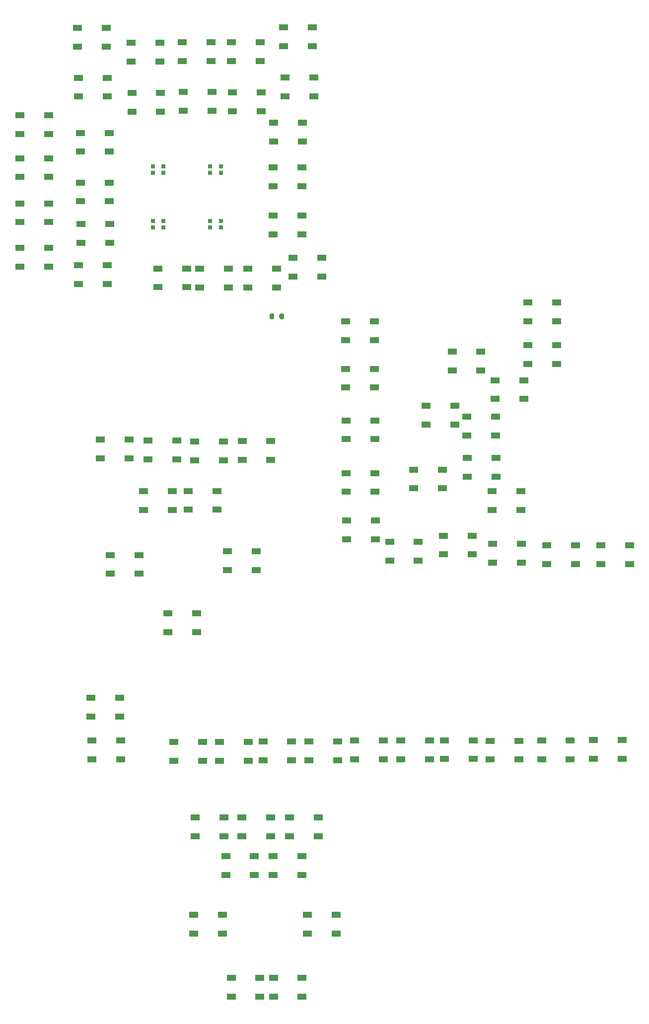
<source format=gbr>
%TF.GenerationSoftware,KiCad,Pcbnew,(5.1.12-1-10_14)*%
%TF.CreationDate,2021-11-28T13:05:42+11:00*%
%TF.ProjectId,DISP-EMC Panel PCB V1,44495350-2d45-44d4-9320-50616e656c20,rev?*%
%TF.SameCoordinates,Original*%
%TF.FileFunction,Paste,Top*%
%TF.FilePolarity,Positive*%
%FSLAX46Y46*%
G04 Gerber Fmt 4.6, Leading zero omitted, Abs format (unit mm)*
G04 Created by KiCad (PCBNEW (5.1.12-1-10_14)) date 2021-11-28 13:05:42*
%MOMM*%
%LPD*%
G01*
G04 APERTURE LIST*
%ADD10R,0.700000X0.700000*%
%ADD11R,1.500000X1.000000*%
G04 APERTURE END LIST*
D10*
%TO.C,D79*%
X72744572Y-43781522D03*
X72744572Y-44881522D03*
X70914572Y-44881522D03*
X70914572Y-43781522D03*
%TD*%
%TO.C,D78*%
X82523572Y-43781522D03*
X82523572Y-44881522D03*
X80693572Y-44881522D03*
X80693572Y-43781522D03*
%TD*%
%TO.C,D77*%
X80693572Y-35610522D03*
X80693572Y-34510522D03*
X82523572Y-34510522D03*
X82523572Y-35610522D03*
%TD*%
%TO.C,D76*%
X70914572Y-35610522D03*
X70914572Y-34510522D03*
X72744572Y-34510522D03*
X72744572Y-35610522D03*
%TD*%
%TO.C,R1*%
G36*
G01*
X92500000Y-60346000D02*
X92500000Y-59796000D01*
G75*
G02*
X92700000Y-59596000I200000J0D01*
G01*
X93100000Y-59596000D01*
G75*
G02*
X93300000Y-59796000I0J-200000D01*
G01*
X93300000Y-60346000D01*
G75*
G02*
X93100000Y-60546000I-200000J0D01*
G01*
X92700000Y-60546000D01*
G75*
G02*
X92500000Y-60346000I0J200000D01*
G01*
G37*
G36*
G01*
X90850000Y-60346000D02*
X90850000Y-59796000D01*
G75*
G02*
X91050000Y-59596000I200000J0D01*
G01*
X91450000Y-59596000D01*
G75*
G02*
X91650000Y-59796000I0J-200000D01*
G01*
X91650000Y-60346000D01*
G75*
G02*
X91450000Y-60546000I-200000J0D01*
G01*
X91050000Y-60546000D01*
G75*
G02*
X90850000Y-60346000I0J200000D01*
G01*
G37*
%TD*%
D11*
%TO.C,D75*%
X77876400Y-162103000D03*
X77876400Y-165303000D03*
X82776400Y-162103000D03*
X82776400Y-165303000D03*
%TD*%
%TO.C,D74*%
X84291000Y-172847000D03*
X84291000Y-176047000D03*
X89191000Y-172847000D03*
X89191000Y-176047000D03*
%TD*%
%TO.C,D73*%
X91490800Y-172872000D03*
X91490800Y-176072000D03*
X96390800Y-172872000D03*
X96390800Y-176072000D03*
%TD*%
%TO.C,D72*%
X97295800Y-162103000D03*
X97295800Y-165303000D03*
X102195800Y-162103000D03*
X102195800Y-165303000D03*
%TD*%
%TO.C,D71*%
X91467600Y-152146000D03*
X91467600Y-155346000D03*
X96367600Y-152146000D03*
X96367600Y-155346000D03*
%TD*%
%TO.C,D70*%
X83365000Y-152121000D03*
X83365000Y-155321000D03*
X88265000Y-152121000D03*
X88265000Y-155321000D03*
%TD*%
%TO.C,D69*%
X94210800Y-145517000D03*
X94210800Y-148717000D03*
X99110800Y-145517000D03*
X99110800Y-148717000D03*
%TD*%
%TO.C,D68*%
X86082800Y-145542000D03*
X86082800Y-148742000D03*
X90982800Y-145542000D03*
X90982800Y-148742000D03*
%TD*%
%TO.C,D67*%
X78118800Y-145491000D03*
X78118800Y-148691000D03*
X83018800Y-145491000D03*
X83018800Y-148691000D03*
%TD*%
%TO.C,D66*%
X146052000Y-132334000D03*
X146052000Y-135534000D03*
X150952000Y-132334000D03*
X150952000Y-135534000D03*
%TD*%
%TO.C,D65*%
X137211000Y-132385000D03*
X137211000Y-135585000D03*
X142111000Y-132385000D03*
X142111000Y-135585000D03*
%TD*%
%TO.C,D64*%
X128425000Y-132436000D03*
X128425000Y-135636000D03*
X133325000Y-132436000D03*
X133325000Y-135636000D03*
%TD*%
%TO.C,D63*%
X120652000Y-132359000D03*
X120652000Y-135559000D03*
X125552000Y-132359000D03*
X125552000Y-135559000D03*
%TD*%
%TO.C,D62*%
X113185000Y-132410000D03*
X113185000Y-135610000D03*
X118085000Y-132410000D03*
X118085000Y-135610000D03*
%TD*%
%TO.C,D61*%
X105336000Y-132410000D03*
X105336000Y-135610000D03*
X110236000Y-132410000D03*
X110236000Y-135610000D03*
%TD*%
%TO.C,D60*%
X97538200Y-132563000D03*
X97538200Y-135763000D03*
X102438200Y-132563000D03*
X102438200Y-135763000D03*
%TD*%
%TO.C,D59*%
X89715000Y-132537000D03*
X89715000Y-135737000D03*
X94615000Y-132537000D03*
X94615000Y-135737000D03*
%TD*%
%TO.C,D58*%
X82272800Y-132614000D03*
X82272800Y-135814000D03*
X87172800Y-132614000D03*
X87172800Y-135814000D03*
%TD*%
%TO.C,D57*%
X74525800Y-132639000D03*
X74525800Y-135839000D03*
X79425800Y-132639000D03*
X79425800Y-135839000D03*
%TD*%
%TO.C,D56*%
X60516600Y-132385000D03*
X60516600Y-135585000D03*
X65416600Y-132385000D03*
X65416600Y-135585000D03*
%TD*%
%TO.C,D55*%
X60403400Y-125095000D03*
X60403400Y-128295000D03*
X65303400Y-125095000D03*
X65303400Y-128295000D03*
%TD*%
%TO.C,D54*%
X63680000Y-100762000D03*
X63680000Y-103962000D03*
X68580000Y-100762000D03*
X68580000Y-103962000D03*
%TD*%
%TO.C,D53*%
X73535200Y-110694000D03*
X73535200Y-113894000D03*
X78435200Y-110694000D03*
X78435200Y-113894000D03*
%TD*%
%TO.C,D52*%
X83681400Y-100152000D03*
X83681400Y-103352000D03*
X88581400Y-100152000D03*
X88581400Y-103352000D03*
%TD*%
%TO.C,D51*%
X76964200Y-89840200D03*
X76964200Y-93040200D03*
X81864200Y-89840200D03*
X81864200Y-93040200D03*
%TD*%
%TO.C,D50*%
X69381200Y-89865400D03*
X69381200Y-93065400D03*
X74281200Y-89865400D03*
X74281200Y-93065400D03*
%TD*%
%TO.C,D49*%
X86159000Y-81356200D03*
X86159000Y-84556200D03*
X91059000Y-81356200D03*
X91059000Y-84556200D03*
%TD*%
%TO.C,D48*%
X78081800Y-81407400D03*
X78081800Y-84607400D03*
X82981800Y-81407400D03*
X82981800Y-84607400D03*
%TD*%
%TO.C,D47*%
X70131600Y-81254600D03*
X70131600Y-84454600D03*
X75031600Y-81254600D03*
X75031600Y-84454600D03*
%TD*%
%TO.C,D46*%
X62015200Y-81051600D03*
X62015200Y-84251600D03*
X66915200Y-81051600D03*
X66915200Y-84251600D03*
%TD*%
%TO.C,D45*%
X147297000Y-99137000D03*
X147297000Y-102337000D03*
X152197000Y-99137000D03*
X152197000Y-102337000D03*
%TD*%
%TO.C,D44*%
X138102000Y-99111000D03*
X138102000Y-102311000D03*
X143002000Y-99111000D03*
X143002000Y-102311000D03*
%TD*%
%TO.C,D43*%
X128882000Y-98882000D03*
X128882000Y-102082000D03*
X133782000Y-98882000D03*
X133782000Y-102082000D03*
%TD*%
%TO.C,D42*%
X120525000Y-97460200D03*
X120525000Y-100660200D03*
X125425000Y-97460200D03*
X125425000Y-100660200D03*
%TD*%
%TO.C,D41*%
X111305000Y-98552000D03*
X111305000Y-101752000D03*
X116205000Y-98552000D03*
X116205000Y-101752000D03*
%TD*%
%TO.C,D40*%
X103976000Y-94869200D03*
X103976000Y-98069200D03*
X108876000Y-94869200D03*
X108876000Y-98069200D03*
%TD*%
%TO.C,D39*%
X103861000Y-86792200D03*
X103861000Y-89992200D03*
X108761000Y-86792200D03*
X108761000Y-89992200D03*
%TD*%
%TO.C,D38*%
X103888000Y-77826000D03*
X103888000Y-81026000D03*
X108788000Y-77826000D03*
X108788000Y-81026000D03*
%TD*%
%TO.C,D37*%
X103835000Y-69011800D03*
X103835000Y-72211800D03*
X108735000Y-69011800D03*
X108735000Y-72211800D03*
%TD*%
%TO.C,D36*%
X103787000Y-60960400D03*
X103787000Y-64160400D03*
X108687000Y-60960400D03*
X108687000Y-64160400D03*
%TD*%
%TO.C,D35*%
X128792000Y-89890800D03*
X128792000Y-93090800D03*
X133692000Y-89890800D03*
X133692000Y-93090800D03*
%TD*%
%TO.C,D34*%
X115420000Y-86208000D03*
X115420000Y-89408000D03*
X120320000Y-86208000D03*
X120320000Y-89408000D03*
%TD*%
%TO.C,D33*%
X124538000Y-84226800D03*
X124538000Y-87426800D03*
X129438000Y-84226800D03*
X129438000Y-87426800D03*
%TD*%
%TO.C,D32*%
X124485000Y-77190600D03*
X124485000Y-80390600D03*
X129385000Y-77190600D03*
X129385000Y-80390600D03*
%TD*%
%TO.C,D31*%
X117503000Y-75311400D03*
X117503000Y-78511400D03*
X122403000Y-75311400D03*
X122403000Y-78511400D03*
%TD*%
%TO.C,D30*%
X129286000Y-70967600D03*
X129286000Y-74167600D03*
X134186000Y-70967600D03*
X134186000Y-74167600D03*
%TD*%
%TO.C,D29*%
X121973000Y-66091200D03*
X121973000Y-69291200D03*
X126873000Y-66091200D03*
X126873000Y-69291200D03*
%TD*%
%TO.C,D28*%
X134851000Y-65024000D03*
X134851000Y-68224000D03*
X139751000Y-65024000D03*
X139751000Y-68224000D03*
%TD*%
%TO.C,D27*%
X134851000Y-57709200D03*
X134851000Y-60909200D03*
X139751000Y-57709200D03*
X139751000Y-60909200D03*
%TD*%
%TO.C,D26*%
X94845800Y-50114200D03*
X94845800Y-53314200D03*
X99745800Y-50114200D03*
X99745800Y-53314200D03*
%TD*%
%TO.C,D25*%
X87098800Y-51968400D03*
X87098800Y-55168400D03*
X91998800Y-51968400D03*
X91998800Y-55168400D03*
%TD*%
%TO.C,D24*%
X78945400Y-51943000D03*
X78945400Y-55143000D03*
X83845400Y-51943000D03*
X83845400Y-55143000D03*
%TD*%
%TO.C,D23*%
X71808000Y-51917800D03*
X71808000Y-55117800D03*
X76708000Y-51917800D03*
X76708000Y-55117800D03*
%TD*%
%TO.C,D22*%
X58244400Y-51333800D03*
X58244400Y-54533800D03*
X63144400Y-51333800D03*
X63144400Y-54533800D03*
%TD*%
%TO.C,D21*%
X48262200Y-48412400D03*
X48262200Y-51612400D03*
X53162200Y-48412400D03*
X53162200Y-51612400D03*
%TD*%
%TO.C,D20*%
X91442200Y-42875200D03*
X91442200Y-46075200D03*
X96342200Y-42875200D03*
X96342200Y-46075200D03*
%TD*%
%TO.C,D19*%
X58648600Y-44348400D03*
X58648600Y-47548400D03*
X63548600Y-44348400D03*
X63548600Y-47548400D03*
%TD*%
%TO.C,D18*%
X48262200Y-40817800D03*
X48262200Y-44017800D03*
X53162200Y-40817800D03*
X53162200Y-44017800D03*
%TD*%
%TO.C,D17*%
X91416800Y-34671000D03*
X91416800Y-37871000D03*
X96316800Y-34671000D03*
X96316800Y-37871000D03*
%TD*%
%TO.C,D16*%
X58600000Y-37261800D03*
X58600000Y-40461800D03*
X63500000Y-37261800D03*
X63500000Y-40461800D03*
%TD*%
%TO.C,D15*%
X48262200Y-33121600D03*
X48262200Y-36321600D03*
X53162200Y-33121600D03*
X53162200Y-36321600D03*
%TD*%
%TO.C,D14*%
X91543800Y-27051400D03*
X91543800Y-30251400D03*
X96443800Y-27051400D03*
X96443800Y-30251400D03*
%TD*%
%TO.C,D13*%
X58625400Y-28803600D03*
X58625400Y-32003600D03*
X63525400Y-28803600D03*
X63525400Y-32003600D03*
%TD*%
%TO.C,D12*%
X48262200Y-25781000D03*
X48262200Y-28981000D03*
X53162200Y-25781000D03*
X53162200Y-28981000D03*
%TD*%
%TO.C,D11*%
X93474200Y-19354800D03*
X93474200Y-22554800D03*
X98374200Y-19354800D03*
X98374200Y-22554800D03*
%TD*%
%TO.C,D10*%
X84505800Y-21869400D03*
X84505800Y-25069400D03*
X89405800Y-21869400D03*
X89405800Y-25069400D03*
%TD*%
%TO.C,D9*%
X76126000Y-21844000D03*
X76126000Y-25044000D03*
X81026000Y-21844000D03*
X81026000Y-25044000D03*
%TD*%
%TO.C,D8*%
X67363000Y-21971400D03*
X67363000Y-25171400D03*
X72263000Y-21971400D03*
X72263000Y-25171400D03*
%TD*%
%TO.C,D7*%
X58267600Y-19405600D03*
X58267600Y-22605600D03*
X63167600Y-19405600D03*
X63167600Y-22605600D03*
%TD*%
%TO.C,D6*%
X93245600Y-10820800D03*
X93245600Y-14020800D03*
X98145600Y-10820800D03*
X98145600Y-14020800D03*
%TD*%
%TO.C,D5*%
X84304800Y-13335400D03*
X84304800Y-16535400D03*
X89204800Y-13335400D03*
X89204800Y-16535400D03*
%TD*%
%TO.C,D4*%
X75922800Y-13335400D03*
X75922800Y-16535400D03*
X80822800Y-13335400D03*
X80822800Y-16535400D03*
%TD*%
%TO.C,D3*%
X67210600Y-13437000D03*
X67210600Y-16637000D03*
X72110600Y-13437000D03*
X72110600Y-16637000D03*
%TD*%
%TO.C,D2*%
X58103600Y-10871400D03*
X58103600Y-14071400D03*
X63003600Y-10871400D03*
X63003600Y-14071400D03*
%TD*%
M02*

</source>
